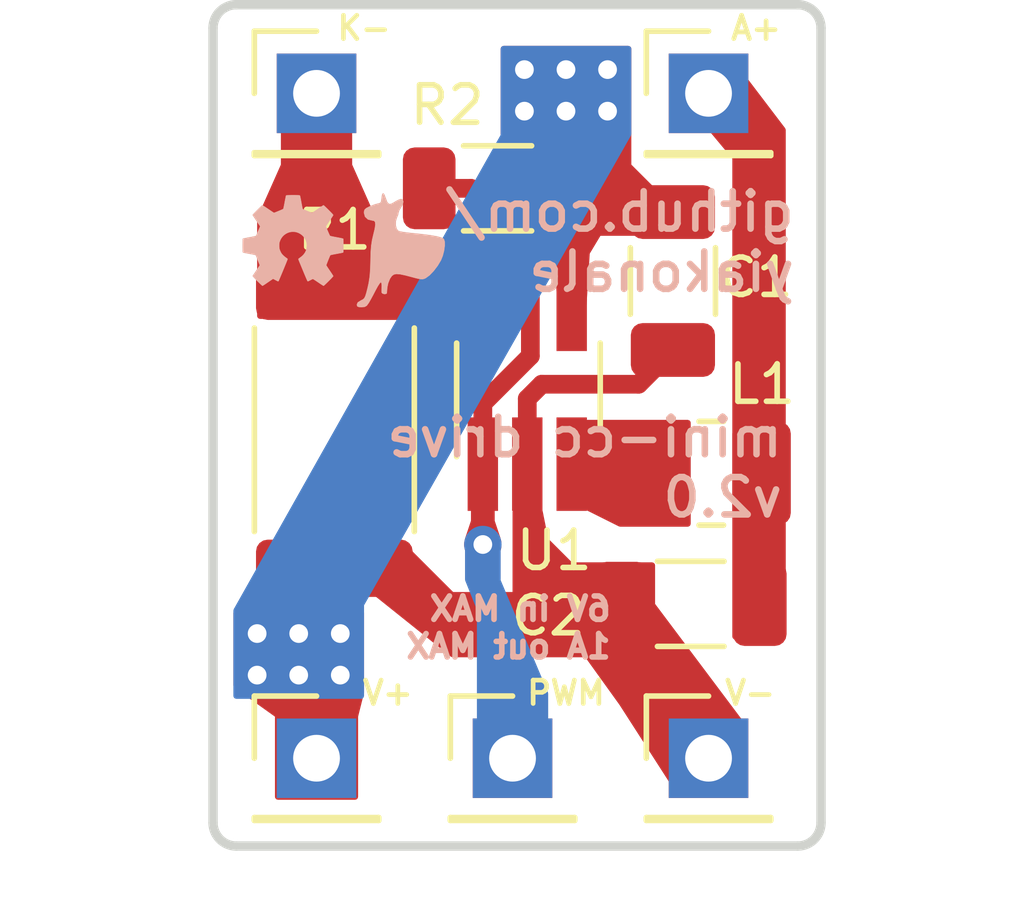
<source format=kicad_pcb>
(kicad_pcb (version 20171130) (host pcbnew "(5.1.10)-1")

  (general
    (thickness 1.6)
    (drawings 16)
    (tracks 27)
    (zones 0)
    (modules 13)
    (nets 7)
  )

  (page A4)
  (layers
    (0 F.Cu signal)
    (31 B.Cu signal)
    (32 B.Adhes user)
    (33 F.Adhes user)
    (34 B.Paste user)
    (35 F.Paste user)
    (36 B.SilkS user)
    (37 F.SilkS user)
    (38 B.Mask user)
    (39 F.Mask user)
    (40 Dwgs.User user)
    (41 Cmts.User user)
    (42 Eco1.User user)
    (43 Eco2.User user)
    (44 Edge.Cuts user)
    (45 Margin user)
    (46 B.CrtYd user)
    (47 F.CrtYd user)
    (48 B.Fab user)
    (49 F.Fab user)
  )

  (setup
    (last_trace_width 0.4)
    (user_trace_width 0.4)
    (trace_clearance 0.2)
    (zone_clearance 0.2)
    (zone_45_only no)
    (trace_min 0.2)
    (via_size 0.8)
    (via_drill 0.4)
    (via_min_size 0.4)
    (via_min_drill 0.3)
    (user_via 0.5 0.3)
    (uvia_size 0.3)
    (uvia_drill 0.1)
    (uvias_allowed no)
    (uvia_min_size 0.2)
    (uvia_min_drill 0.1)
    (edge_width 0.05)
    (segment_width 0.2)
    (pcb_text_width 0.3)
    (pcb_text_size 1.5 1.5)
    (mod_edge_width 0.12)
    (mod_text_size 1 1)
    (mod_text_width 0.15)
    (pad_size 1.524 1.524)
    (pad_drill 0.762)
    (pad_to_mask_clearance 0)
    (aux_axis_origin 0 0)
    (visible_elements 7FFFFFFF)
    (pcbplotparams
      (layerselection 0x010fc_ffffffff)
      (usegerberextensions true)
      (usegerberattributes false)
      (usegerberadvancedattributes false)
      (creategerberjobfile false)
      (excludeedgelayer true)
      (linewidth 0.100000)
      (plotframeref false)
      (viasonmask false)
      (mode 1)
      (useauxorigin false)
      (hpglpennumber 1)
      (hpglpenspeed 20)
      (hpglpendiameter 15.000000)
      (psnegative false)
      (psa4output false)
      (plotreference true)
      (plotvalue false)
      (plotinvisibletext false)
      (padsonsilk false)
      (subtractmaskfromsilk true)
      (outputformat 1)
      (mirror false)
      (drillshape 0)
      (scaleselection 1)
      (outputdirectory "C:/Users/yiako/Documents/kicad/mini_cc_drive/"))
  )

  (net 0 "")
  (net 1 Earth)
  (net 2 /Vin)
  (net 3 /ANODE)
  (net 4 /SW)
  (net 5 /PWM)
  (net 6 /CATHODE)

  (net_class Default "This is the default net class."
    (clearance 0.2)
    (trace_width 0.25)
    (via_dia 0.8)
    (via_drill 0.4)
    (uvia_dia 0.3)
    (uvia_drill 0.1)
    (add_net /ANODE)
    (add_net /CATHODE)
    (add_net /PWM)
    (add_net /SW)
    (add_net /Vin)
    (add_net Earth)
  )

  (module Graphics:opensource_hardware (layer B.Cu) (tedit 0) (tstamp 64EDB7DE)
    (at 146.558 70.993 180)
    (fp_text reference G*** (at 0 0) (layer B.SilkS) hide
      (effects (font (size 1.524 1.524) (thickness 0.3)) (justify mirror))
    )
    (fp_text value LOGO (at -0.381 -1.016) (layer B.SilkS) hide
      (effects (font (size 1.524 1.524) (thickness 0.3)) (justify mirror))
    )
    (fp_poly (pts (xy 0.011715 0.994633) (xy 0.03955 0.994412) (xy 0.065875 0.994009) (xy 0.089725 0.993424)
      (xy 0.110137 0.992658) (xy 0.126144 0.991713) (xy 0.136783 0.99059) (xy 0.141043 0.989353)
      (xy 0.142582 0.984803) (xy 0.145242 0.973912) (xy 0.148855 0.957481) (xy 0.153258 0.936313)
      (xy 0.158283 0.911208) (xy 0.163765 0.882968) (xy 0.169539 0.852395) (xy 0.17089 0.845117)
      (xy 0.178387 0.805152) (xy 0.184813 0.772061) (xy 0.190233 0.74555) (xy 0.194711 0.725325)
      (xy 0.19831 0.711093) (xy 0.201096 0.702559) (xy 0.202667 0.699745) (xy 0.207344 0.696996)
      (xy 0.217704 0.69202) (xy 0.232682 0.685262) (xy 0.251214 0.677164) (xy 0.272234 0.668169)
      (xy 0.294677 0.658721) (xy 0.317477 0.649263) (xy 0.339571 0.640238) (xy 0.359893 0.63209)
      (xy 0.377378 0.62526) (xy 0.390961 0.620193) (xy 0.399576 0.617332) (xy 0.401878 0.616857)
      (xy 0.405877 0.618848) (xy 0.415177 0.62453) (xy 0.429111 0.633463) (xy 0.447013 0.645209)
      (xy 0.468214 0.659328) (xy 0.492047 0.675382) (xy 0.517847 0.692932) (xy 0.526353 0.698753)
      (xy 0.560616 0.7221) (xy 0.589194 0.741268) (xy 0.612253 0.756361) (xy 0.629964 0.767489)
      (xy 0.642494 0.774758) (xy 0.650013 0.778274) (xy 0.652274 0.778604) (xy 0.656499 0.775549)
      (xy 0.664993 0.768022) (xy 0.677081 0.756704) (xy 0.692086 0.742276) (xy 0.709331 0.72542)
      (xy 0.72814 0.706817) (xy 0.747837 0.687147) (xy 0.767747 0.667093) (xy 0.787191 0.647335)
      (xy 0.805495 0.628555) (xy 0.821981 0.611434) (xy 0.835974 0.596653) (xy 0.846798 0.584892)
      (xy 0.853775 0.576835) (xy 0.85623 0.573162) (xy 0.854209 0.569084) (xy 0.848496 0.559724)
      (xy 0.839539 0.545762) (xy 0.827785 0.527877) (xy 0.81368 0.506747) (xy 0.797673 0.483053)
      (xy 0.78021 0.457474) (xy 0.776401 0.451929) (xy 0.758683 0.426001) (xy 0.742333 0.401774)
      (xy 0.727799 0.379933) (xy 0.715529 0.361163) (xy 0.705969 0.346152) (xy 0.699568 0.335584)
      (xy 0.696773 0.330146) (xy 0.696686 0.329726) (xy 0.698099 0.324647) (xy 0.702041 0.313984)
      (xy 0.708068 0.29877) (xy 0.715736 0.280042) (xy 0.724598 0.258834) (xy 0.734211 0.236181)
      (xy 0.74413 0.213118) (xy 0.75391 0.19068) (xy 0.763107 0.169902) (xy 0.771275 0.151819)
      (xy 0.77797 0.137467) (xy 0.782748 0.127879) (xy 0.784989 0.124227) (xy 0.789642 0.12242)
      (xy 0.80071 0.119507) (xy 0.817462 0.115644) (xy 0.839166 0.110989) (xy 0.865092 0.105699)
      (xy 0.894508 0.09993) (xy 0.925295 0.094099) (xy 0.955839 0.088328) (xy 0.984228 0.08281)
      (xy 1.009648 0.077714) (xy 1.031286 0.073212) (xy 1.048328 0.069473) (xy 1.059959 0.066666)
      (xy 1.065366 0.064961) (xy 1.065566 0.064833) (xy 1.066855 0.060223) (xy 1.067968 0.049322)
      (xy 1.068903 0.033097) (xy 1.069658 0.01251) (xy 1.070233 -0.011471) (xy 1.070627 -0.037884)
      (xy 1.070838 -0.065763) (xy 1.070866 -0.094143) (xy 1.070709 -0.12206) (xy 1.070367 -0.148548)
      (xy 1.069837 -0.172643) (xy 1.06912 -0.193379) (xy 1.068214 -0.209793) (xy 1.067118 -0.22092)
      (xy 1.065893 -0.225722) (xy 1.062078 -0.227842) (xy 1.053242 -0.230629) (xy 1.039014 -0.234164)
      (xy 1.019026 -0.238528) (xy 0.992908 -0.243804) (xy 0.96029 -0.250071) (xy 0.928914 -0.25592)
      (xy 0.89874 -0.261553) (xy 0.870752 -0.266908) (xy 0.845771 -0.271817) (xy 0.824614 -0.276114)
      (xy 0.808101 -0.279633) (xy 0.79705 -0.282206) (xy 0.792282 -0.283669) (xy 0.792222 -0.28371)
      (xy 0.789858 -0.28782) (xy 0.785284 -0.297701) (xy 0.778902 -0.312355) (xy 0.771116 -0.330784)
      (xy 0.762327 -0.351989) (xy 0.752937 -0.37497) (xy 0.743348 -0.398728) (xy 0.733963 -0.422266)
      (xy 0.725184 -0.444583) (xy 0.717412 -0.464681) (xy 0.711051 -0.481562) (xy 0.706502 -0.494226)
      (xy 0.704167 -0.501674) (xy 0.703943 -0.502979) (xy 0.705935 -0.507226) (xy 0.711604 -0.516725)
      (xy 0.720489 -0.530769) (xy 0.732129 -0.54865) (xy 0.746062 -0.569658) (xy 0.761828 -0.593085)
      (xy 0.778606 -0.617698) (xy 0.795785 -0.642812) (xy 0.811684 -0.666174) (xy 0.825827 -0.687078)
      (xy 0.837739 -0.704816) (xy 0.846945 -0.718682) (xy 0.852971 -0.727969) (xy 0.855331 -0.73194)
      (xy 0.853369 -0.735779) (xy 0.846818 -0.743949) (xy 0.836346 -0.755781) (xy 0.822621 -0.770606)
      (xy 0.806313 -0.787754) (xy 0.788091 -0.806555) (xy 0.768623 -0.826339) (xy 0.748578 -0.846437)
      (xy 0.728624 -0.86618) (xy 0.709432 -0.884897) (xy 0.691669 -0.90192) (xy 0.676005 -0.916578)
      (xy 0.663108 -0.928201) (xy 0.653646 -0.936122) (xy 0.64829 -0.939668) (xy 0.647724 -0.939795)
      (xy 0.642821 -0.937797) (xy 0.632886 -0.932182) (xy 0.618819 -0.923517) (xy 0.60152 -0.912365)
      (xy 0.581887 -0.899292) (xy 0.566057 -0.888487) (xy 0.543094 -0.872681) (xy 0.519854 -0.856745)
      (xy 0.49773 -0.841626) (xy 0.47811 -0.828274) (xy 0.462387 -0.81764) (xy 0.45654 -0.813717)
      (xy 0.421408 -0.790251) (xy 0.366865 -0.818761) (xy 0.3467 -0.829208) (xy 0.331939 -0.836553)
      (xy 0.321614 -0.84117) (xy 0.314759 -0.843431) (xy 0.310405 -0.843708) (xy 0.307584 -0.842376)
      (xy 0.306999 -0.841829) (xy 0.304639 -0.837509) (xy 0.299837 -0.827137) (xy 0.29287 -0.811386)
      (xy 0.284017 -0.790925) (xy 0.273554 -0.766429) (xy 0.261761 -0.738567) (xy 0.248915 -0.708013)
      (xy 0.235293 -0.675437) (xy 0.221174 -0.641512) (xy 0.206835 -0.60691) (xy 0.192554 -0.572302)
      (xy 0.178609 -0.53836) (xy 0.165278 -0.505756) (xy 0.152839 -0.475163) (xy 0.14157 -0.44725)
      (xy 0.131747 -0.422692) (xy 0.12365 -0.402158) (xy 0.117556 -0.386322) (xy 0.113743 -0.375854)
      (xy 0.112486 -0.371482) (xy 0.114729 -0.366178) (xy 0.121896 -0.35914) (xy 0.134641 -0.349782)
      (xy 0.142421 -0.344624) (xy 0.157103 -0.3341) (xy 0.174453 -0.320125) (xy 0.192222 -0.304585)
      (xy 0.207018 -0.290511) (xy 0.22224 -0.274923) (xy 0.233549 -0.26219) (xy 0.242421 -0.250302)
      (xy 0.250328 -0.237249) (xy 0.258743 -0.221021) (xy 0.260373 -0.217714) (xy 0.27245 -0.191828)
      (xy 0.281063 -0.169643) (xy 0.286761 -0.148818) (xy 0.290094 -0.127009) (xy 0.291612 -0.101873)
      (xy 0.291884 -0.083457) (xy 0.291733 -0.061085) (xy 0.290951 -0.043834) (xy 0.289315 -0.02958)
      (xy 0.286602 -0.016197) (xy 0.283725 -0.005443) (xy 0.267372 0.038935) (xy 0.245114 0.079481)
      (xy 0.217421 0.115734) (xy 0.184761 0.147234) (xy 0.147602 0.173521) (xy 0.106414 0.194136)
      (xy 0.067129 0.207239) (xy 0.038176 0.212606) (xy 0.0055 0.215025) (xy -0.028067 0.214498)
      (xy -0.059692 0.211026) (xy -0.078014 0.207152) (xy -0.120877 0.192297) (xy -0.160316 0.171674)
      (xy -0.195896 0.145911) (xy -0.227184 0.11564) (xy -0.253744 0.081491) (xy -0.275143 0.044093)
      (xy -0.290946 0.004077) (xy -0.300719 -0.037926) (xy -0.304027 -0.081287) (xy -0.301625 -0.117302)
      (xy -0.292593 -0.162644) (xy -0.277854 -0.204194) (xy -0.257127 -0.242399) (xy -0.230128 -0.277706)
      (xy -0.196577 -0.310565) (xy -0.163286 -0.336484) (xy -0.148706 -0.34701) (xy -0.136287 -0.356353)
      (xy -0.127249 -0.363569) (xy -0.122811 -0.367713) (xy -0.122644 -0.367961) (xy -0.122154 -0.368878)
      (xy -0.121871 -0.370027) (xy -0.121968 -0.371845) (xy -0.12262 -0.374769) (xy -0.123998 -0.379236)
      (xy -0.126276 -0.385685) (xy -0.129628 -0.394551) (xy -0.134228 -0.406274) (xy -0.140247 -0.421289)
      (xy -0.14786 -0.440034) (xy -0.157241 -0.462948) (xy -0.168561 -0.490466) (xy -0.181996 -0.523027)
      (xy -0.197717 -0.561068) (xy -0.215899 -0.605026) (xy -0.232429 -0.64498) (xy -0.252166 -0.692485)
      (xy -0.269315 -0.733325) (xy -0.283917 -0.767597) (xy -0.296017 -0.795399) (xy -0.305657 -0.81683)
      (xy -0.312881 -0.831987) (xy -0.317732 -0.840969) (xy -0.320097 -0.84385) (xy -0.325759 -0.842922)
      (xy -0.336755 -0.83865) (xy -0.352197 -0.831425) (xy -0.371197 -0.821639) (xy -0.374525 -0.819852)
      (xy -0.391962 -0.810705) (xy -0.407657 -0.802959) (xy -0.420279 -0.797235) (xy -0.428498 -0.794153)
      (xy -0.430412 -0.793794) (xy -0.435105 -0.795783) (xy -0.445016 -0.80146) (xy -0.459411 -0.810355)
      (xy -0.477559 -0.821999) (xy -0.498727 -0.835924) (xy -0.522185 -0.85166) (xy -0.544346 -0.866775)
      (xy -0.569221 -0.883728) (xy -0.592456 -0.899288) (xy -0.613319 -0.912986) (xy -0.631077 -0.924353)
      (xy -0.645 -0.932919) (xy -0.654356 -0.938216) (xy -0.658244 -0.9398) (xy -0.66296 -0.937351)
      (xy -0.672214 -0.929957) (xy -0.686081 -0.917546) (xy -0.704636 -0.90005) (xy -0.727957 -0.877396)
      (xy -0.756119 -0.849514) (xy -0.764746 -0.840897) (xy -0.794023 -0.811406) (xy -0.818242 -0.786578)
      (xy -0.837352 -0.766467) (xy -0.851304 -0.751128) (xy -0.860048 -0.740613) (xy -0.863534 -0.734976)
      (xy -0.8636 -0.734535) (xy -0.861603 -0.729909) (xy -0.855922 -0.720051) (xy -0.847021 -0.705682)
      (xy -0.835362 -0.687526) (xy -0.82141 -0.666305) (xy -0.805628 -0.642741) (xy -0.789214 -0.618627)
      (xy -0.772114 -0.593497) (xy -0.756399 -0.570018) (xy -0.742532 -0.548912) (xy -0.730978 -0.530903)
      (xy -0.722199 -0.516711) (xy -0.716661 -0.50706) (xy -0.714822 -0.50274) (xy -0.71616 -0.497163)
      (xy -0.719905 -0.485946) (xy -0.725642 -0.470122) (xy -0.732957 -0.450726) (xy -0.741436 -0.428793)
      (xy -0.750665 -0.405358) (xy -0.76023 -0.381454) (xy -0.769717 -0.358117) (xy -0.778711 -0.33638)
      (xy -0.7868 -0.317279) (xy -0.793569 -0.301848) (xy -0.798604 -0.291122) (xy -0.801491 -0.286134)
      (xy -0.801513 -0.286111) (xy -0.806077 -0.283776) (xy -0.816077 -0.280728) (xy -0.831842 -0.276893)
      (xy -0.853699 -0.2722) (xy -0.881976 -0.266575) (xy -0.916999 -0.259945) (xy -0.928914 -0.257742)
      (xy -0.965174 -0.251061) (xy -0.994949 -0.245537) (xy -1.018894 -0.241007) (xy -1.03766 -0.237309)
      (xy -1.051901 -0.23428) (xy -1.062269 -0.231758) (xy -1.069416 -0.229581) (xy -1.073996 -0.227586)
      (xy -1.076661 -0.225612) (xy -1.078064 -0.223495) (xy -1.078857 -0.221074) (xy -1.079035 -0.220408)
      (xy -1.079533 -0.215012) (xy -1.079993 -0.203223) (xy -1.080403 -0.185905) (xy -1.080749 -0.16392)
      (xy -1.081016 -0.138132) (xy -1.081193 -0.109406) (xy -1.081264 -0.078604) (xy -1.081265 -0.077801)
      (xy -1.081217 -0.040555) (xy -1.081033 -0.010016) (xy -1.080694 0.014368) (xy -1.080183 0.033146)
      (xy -1.079482 0.04687) (xy -1.078574 0.056089) (xy -1.077441 0.061354) (xy -1.076779 0.062683)
      (xy -1.073507 0.06472) (xy -1.06612 0.067262) (xy -1.054137 0.070415) (xy -1.037081 0.074286)
      (xy -1.014471 0.078981) (xy -0.985829 0.084608) (xy -0.950675 0.091272) (xy -0.936595 0.093897)
      (xy -0.899619 0.100834) (xy -0.86924 0.106696) (xy -0.844897 0.111608) (xy -0.82603 0.115695)
      (xy -0.812078 0.119085) (xy -0.80248 0.121902) (xy -0.796677 0.124272) (xy -0.794536 0.12577)
      (xy -0.791301 0.130986) (xy -0.785833 0.141831) (xy -0.778585 0.157244) (xy -0.770011 0.176168)
      (xy -0.760563 0.197543) (xy -0.750694 0.220309) (xy -0.740857 0.243406) (xy -0.731505 0.265777)
      (xy -0.723091 0.286361) (xy -0.716068 0.304098) (xy -0.710889 0.317931) (xy -0.708006 0.326799)
      (xy -0.707564 0.32918) (xy -0.70958 0.333997) (xy -0.715338 0.344089) (xy -0.724413 0.35879)
      (xy -0.736378 0.377434) (xy -0.750806 0.399358) (xy -0.767271 0.423894) (xy -0.784345 0.448923)
      (xy -0.801809 0.474486) (xy -0.817971 0.498448) (xy -0.832363 0.520088) (xy -0.844514 0.538688)
      (xy -0.853955 0.553527) (xy -0.860216 0.563887) (xy -0.862828 0.569048) (xy -0.862856 0.569165)
      (xy -0.862658 0.572003) (xy -0.860795 0.57603) (xy -0.856827 0.581729) (xy -0.850318 0.589584)
      (xy -0.840828 0.600081) (xy -0.82792 0.613702) (xy -0.811154 0.630933) (xy -0.790094 0.652258)
      (xy -0.764301 0.67816) (xy -0.763404 0.679059) (xy -0.736145 0.706182) (xy -0.712447 0.729395)
      (xy -0.692567 0.748459) (xy -0.676763 0.763131) (xy -0.665293 0.773169) (xy -0.658416 0.778332)
      (xy -0.65662 0.778996) (xy -0.652452 0.776679) (xy -0.643012 0.770693) (xy -0.628997 0.7615)
      (xy -0.6111 0.749565) (xy -0.590017 0.73535) (xy -0.566441 0.71932) (xy -0.541067 0.701938)
      (xy -0.538692 0.700304) (xy -0.513016 0.682714) (xy -0.488922 0.666348) (xy -0.467131 0.651687)
      (xy -0.448366 0.63921) (xy -0.433348 0.629398) (xy -0.422799 0.62273) (xy -0.417443 0.619686)
      (xy -0.417286 0.619623) (xy -0.413588 0.618996) (xy -0.408092 0.619573) (xy -0.40004 0.621612)
      (xy -0.388679 0.625371) (xy -0.373251 0.631109) (xy -0.353001 0.639085) (xy -0.327172 0.649558)
      (xy -0.313871 0.655013) (xy -0.28921 0.665151) (xy -0.266635 0.674429) (xy -0.247048 0.682477)
      (xy -0.23135 0.688924) (xy -0.220446 0.6934) (xy -0.215235 0.695533) (xy -0.215026 0.695618)
      (xy -0.213207 0.696768) (xy -0.211451 0.699104) (xy -0.209614 0.703255) (xy -0.207557 0.709851)
      (xy -0.205136 0.71952) (xy -0.202211 0.732891) (xy -0.198639 0.750594) (xy -0.194279 0.773257)
      (xy -0.188988 0.801509) (xy -0.182627 0.83598) (xy -0.179222 0.854528) (xy -0.172184 0.892405)
      (xy -0.166192 0.923483) (xy -0.161166 0.948135) (xy -0.157024 0.966732) (xy -0.153685 0.979646)
      (xy -0.151066 0.987246) (xy -0.149515 0.989693) (xy -0.144341 0.990973) (xy -0.132956 0.992062)
      (xy -0.116328 0.992961) (xy -0.095419 0.99367) (xy -0.071196 0.99419) (xy -0.044622 0.994523)
      (xy -0.016664 0.99467) (xy 0.011715 0.994633)) (layer B.SilkS) (width 0.01))
  )

  (module Graphics:halfcat (layer B.Cu) (tedit 0) (tstamp 64ED26D1)
    (at 148.971 71.247 180)
    (fp_text reference G*** (at 0 0) (layer B.SilkS) hide
      (effects (font (size 1.524 1.524) (thickness 0.3)) (justify mirror))
    )
    (fp_text value LOGO (at 0.75 0) (layer B.SilkS) hide
      (effects (font (size 1.524 1.524) (thickness 0.3)) (justify mirror))
    )
    (fp_poly (pts (xy 0.501144 1.264315) (xy 0.512878 1.187602) (xy 0.512889 1.187451) (xy 0.521951 1.118043)
      (xy 0.541877 1.084582) (xy 0.581823 1.072242) (xy 0.5842 1.07195) (xy 0.644422 1.056918)
      (xy 0.725782 1.027241) (xy 0.76835 1.008804) (xy 0.840135 0.972094) (xy 0.87611 0.939263)
      (xy 0.888187 0.896779) (xy 0.889 0.871744) (xy 0.866494 0.789983) (xy 0.806283 0.733052)
      (xy 0.719327 0.711209) (xy 0.717451 0.7112) (xy 0.673253 0.702922) (xy 0.649433 0.673507)
      (xy 0.645302 0.616087) (xy 0.660169 0.523795) (xy 0.687407 0.412118) (xy 0.71523 0.291977)
      (xy 0.733601 0.172509) (xy 0.744332 0.037235) (xy 0.749235 -0.130324) (xy 0.749507 -0.1524)
      (xy 0.754643 -0.337161) (xy 0.766741 -0.48909) (xy 0.787676 -0.625896) (xy 0.810698 -0.730852)
      (xy 0.838522 -0.840972) (xy 0.860924 -0.912328) (xy 0.883627 -0.955719) (xy 0.912357 -0.981944)
      (xy 0.952836 -1.001801) (xy 0.954757 -1.002606) (xy 1.022017 -1.044753) (xy 1.0414 -1.090903)
      (xy 1.033068 -1.125229) (xy 0.999036 -1.140187) (xy 0.942308 -1.143) (xy 0.875266 -1.13727)
      (xy 0.831223 -1.11153) (xy 0.789125 -1.05295) (xy 0.785984 -1.04775) (xy 0.74501 -0.975806)
      (xy 0.692971 -0.879371) (xy 0.642018 -0.78105) (xy 0.597292 -0.698918) (xy 0.558199 -0.638247)
      (xy 0.532126 -0.61029) (xy 0.529458 -0.6096) (xy 0.514235 -0.631922) (xy 0.508752 -0.687308)
      (xy 0.509366 -0.70485) (xy 0.512269 -0.776019) (xy 0.511951 -0.827095) (xy 0.51155 -0.83185)
      (xy 0.489608 -0.854602) (xy 0.447594 -0.863784) (xy 0.411663 -0.856304) (xy 0.404031 -0.84455)
      (xy 0.400774 -0.809003) (xy 0.395607 -0.744183) (xy 0.394051 -0.723612) (xy 0.375179 -0.63317)
      (xy 0.338469 -0.541326) (xy 0.330411 -0.526762) (xy 0.295164 -0.476662) (xy 0.254274 -0.445701)
      (xy 0.199047 -0.43329) (xy 0.120789 -0.438838) (xy 0.010806 -0.461754) (xy -0.120313 -0.496144)
      (xy -0.231394 -0.525614) (xy -0.306097 -0.541599) (xy -0.356724 -0.545138) (xy -0.395577 -0.53727)
      (xy -0.428914 -0.522192) (xy -0.509806 -0.463222) (xy -0.598856 -0.370722) (xy -0.684656 -0.258043)
      (xy -0.754398 -0.141289) (xy -0.793141 -0.044951) (xy -0.82065 0.06325) (xy -0.834979 0.16873)
      (xy -0.834185 0.256906) (xy -0.816322 0.313196) (xy -0.815181 0.314632) (xy -0.766813 0.342077)
      (xy -0.668232 0.36875) (xy -0.520022 0.394543) (xy -0.322764 0.419347) (xy -0.172192 0.434546)
      (xy -0.053632 0.447208) (xy 0.048818 0.461089) (xy 0.122955 0.474356) (xy 0.154234 0.483582)
      (xy 0.191596 0.528902) (xy 0.211447 0.603621) (xy 0.211389 0.688636) (xy 0.18944 0.76405)
      (xy 0.162907 0.828034) (xy 0.1524 0.877383) (xy 0.137448 0.925868) (xy 0.1016 0.98367)
      (xy 0.063385 1.050652) (xy 0.051187 1.112668) (xy 0.065441 1.156126) (xy 0.095703 1.1684)
      (xy 0.143252 1.154714) (xy 0.209807 1.120289) (xy 0.236857 1.102997) (xy 0.307906 1.063353)
      (xy 0.357688 1.062024) (xy 0.394793 1.103062) (xy 0.427812 1.19052) (xy 0.428708 1.193499)
      (xy 0.45718 1.267398) (xy 0.481952 1.290959) (xy 0.501144 1.264315)) (layer B.SilkS) (width 0.01))
  )

  (module Connector_PinHeader_2.54mm:PinHeader_1x01_P2.54mm_Vertical (layer F.Cu) (tedit 59FED5CC) (tstamp 64ECB665)
    (at 151.257 82.042)
    (descr "Through hole straight pin header, 1x01, 2.54mm pitch, single row")
    (tags "Through hole pin header THT 1x01 2.54mm single row")
    (path /64ED4AE5)
    (fp_text reference J5 (at 0 -2.33) (layer F.SilkS) hide
      (effects (font (size 1 1) (thickness 0.15)))
    )
    (fp_text value Conn_01x01_Male (at 0 2.33) (layer F.Fab)
      (effects (font (size 1 1) (thickness 0.15)))
    )
    (fp_line (start 1.8 -1.8) (end -1.8 -1.8) (layer F.CrtYd) (width 0.05))
    (fp_line (start 1.8 1.8) (end 1.8 -1.8) (layer F.CrtYd) (width 0.05))
    (fp_line (start -1.8 1.8) (end 1.8 1.8) (layer F.CrtYd) (width 0.05))
    (fp_line (start -1.8 -1.8) (end -1.8 1.8) (layer F.CrtYd) (width 0.05))
    (fp_line (start -1.33 -1.33) (end 0 -1.33) (layer F.SilkS) (width 0.12))
    (fp_line (start -1.33 0) (end -1.33 -1.33) (layer F.SilkS) (width 0.12))
    (fp_line (start -1.33 1.27) (end 1.33 1.27) (layer F.SilkS) (width 0.12))
    (fp_line (start 1.33 1.27) (end 1.33 1.33) (layer F.SilkS) (width 0.12))
    (fp_line (start -1.33 1.27) (end -1.33 1.33) (layer F.SilkS) (width 0.12))
    (fp_line (start -1.33 1.33) (end 1.33 1.33) (layer F.SilkS) (width 0.12))
    (fp_line (start -1.27 -0.635) (end -0.635 -1.27) (layer F.Fab) (width 0.1))
    (fp_line (start -1.27 1.27) (end -1.27 -0.635) (layer F.Fab) (width 0.1))
    (fp_line (start 1.27 1.27) (end -1.27 1.27) (layer F.Fab) (width 0.1))
    (fp_line (start 1.27 -1.27) (end 1.27 1.27) (layer F.Fab) (width 0.1))
    (fp_line (start -0.635 -1.27) (end 1.27 -1.27) (layer F.Fab) (width 0.1))
    (fp_text user %R (at 0 0 90) (layer F.Fab)
      (effects (font (size 1 1) (thickness 0.15)))
    )
    (pad 1 thru_hole rect (at 0 0) (size 1.7 1.7) (drill 1) (layers *.Cu *.Mask)
      (net 5 /PWM))
    (model ${KISYS3DMOD}/Connector_PinHeader_2.54mm.3dshapes/PinHeader_1x01_P2.54mm_Vertical.wrl
      (at (xyz 0 0 0))
      (scale (xyz 1 1 1))
      (rotate (xyz 0 0 0))
    )
  )

  (module Connector_PinHeader_2.54mm:PinHeader_1x01_P2.54mm_Vertical (layer F.Cu) (tedit 59FED5CC) (tstamp 64ECB16F)
    (at 155.448 67.818)
    (descr "Through hole straight pin header, 1x01, 2.54mm pitch, single row")
    (tags "Through hole pin header THT 1x01 2.54mm single row")
    (path /64ECE9BB)
    (fp_text reference J4 (at 0 -2.33) (layer F.SilkS) hide
      (effects (font (size 1 1) (thickness 0.15)))
    )
    (fp_text value Conn_01x01_Male (at 0 2.33) (layer F.Fab)
      (effects (font (size 1 1) (thickness 0.15)))
    )
    (fp_line (start 1.8 -1.8) (end -1.8 -1.8) (layer F.CrtYd) (width 0.05))
    (fp_line (start 1.8 1.8) (end 1.8 -1.8) (layer F.CrtYd) (width 0.05))
    (fp_line (start -1.8 1.8) (end 1.8 1.8) (layer F.CrtYd) (width 0.05))
    (fp_line (start -1.8 -1.8) (end -1.8 1.8) (layer F.CrtYd) (width 0.05))
    (fp_line (start -1.33 -1.33) (end 0 -1.33) (layer F.SilkS) (width 0.12))
    (fp_line (start -1.33 0) (end -1.33 -1.33) (layer F.SilkS) (width 0.12))
    (fp_line (start -1.33 1.27) (end 1.33 1.27) (layer F.SilkS) (width 0.12))
    (fp_line (start 1.33 1.27) (end 1.33 1.33) (layer F.SilkS) (width 0.12))
    (fp_line (start -1.33 1.27) (end -1.33 1.33) (layer F.SilkS) (width 0.12))
    (fp_line (start -1.33 1.33) (end 1.33 1.33) (layer F.SilkS) (width 0.12))
    (fp_line (start -1.27 -0.635) (end -0.635 -1.27) (layer F.Fab) (width 0.1))
    (fp_line (start -1.27 1.27) (end -1.27 -0.635) (layer F.Fab) (width 0.1))
    (fp_line (start 1.27 1.27) (end -1.27 1.27) (layer F.Fab) (width 0.1))
    (fp_line (start 1.27 -1.27) (end 1.27 1.27) (layer F.Fab) (width 0.1))
    (fp_line (start -0.635 -1.27) (end 1.27 -1.27) (layer F.Fab) (width 0.1))
    (fp_text user %R (at 0 0 90) (layer F.Fab)
      (effects (font (size 1 1) (thickness 0.15)))
    )
    (pad 1 thru_hole rect (at 0 0) (size 1.7 1.7) (drill 1) (layers *.Cu *.Mask)
      (net 3 /ANODE))
    (model ${KISYS3DMOD}/Connector_PinHeader_2.54mm.3dshapes/PinHeader_1x01_P2.54mm_Vertical.wrl
      (at (xyz 0 0 0))
      (scale (xyz 1 1 1))
      (rotate (xyz 0 0 0))
    )
  )

  (module Connector_PinHeader_2.54mm:PinHeader_1x01_P2.54mm_Vertical (layer F.Cu) (tedit 59FED5CC) (tstamp 64ECB15A)
    (at 147.066 67.818)
    (descr "Through hole straight pin header, 1x01, 2.54mm pitch, single row")
    (tags "Through hole pin header THT 1x01 2.54mm single row")
    (path /64ECF6B3)
    (fp_text reference J3 (at -2.413 -2.794) (layer F.SilkS) hide
      (effects (font (size 1 1) (thickness 0.15)))
    )
    (fp_text value Conn_01x01_Male (at 0 2.33) (layer F.Fab)
      (effects (font (size 1 1) (thickness 0.15)))
    )
    (fp_line (start 1.8 -1.8) (end -1.8 -1.8) (layer F.CrtYd) (width 0.05))
    (fp_line (start 1.8 1.8) (end 1.8 -1.8) (layer F.CrtYd) (width 0.05))
    (fp_line (start -1.8 1.8) (end 1.8 1.8) (layer F.CrtYd) (width 0.05))
    (fp_line (start -1.8 -1.8) (end -1.8 1.8) (layer F.CrtYd) (width 0.05))
    (fp_line (start -1.33 -1.33) (end 0 -1.33) (layer F.SilkS) (width 0.12))
    (fp_line (start -1.33 0) (end -1.33 -1.33) (layer F.SilkS) (width 0.12))
    (fp_line (start -1.33 1.27) (end 1.33 1.27) (layer F.SilkS) (width 0.12))
    (fp_line (start 1.33 1.27) (end 1.33 1.33) (layer F.SilkS) (width 0.12))
    (fp_line (start -1.33 1.27) (end -1.33 1.33) (layer F.SilkS) (width 0.12))
    (fp_line (start -1.33 1.33) (end 1.33 1.33) (layer F.SilkS) (width 0.12))
    (fp_line (start -1.27 -0.635) (end -0.635 -1.27) (layer F.Fab) (width 0.1))
    (fp_line (start -1.27 1.27) (end -1.27 -0.635) (layer F.Fab) (width 0.1))
    (fp_line (start 1.27 1.27) (end -1.27 1.27) (layer F.Fab) (width 0.1))
    (fp_line (start 1.27 -1.27) (end 1.27 1.27) (layer F.Fab) (width 0.1))
    (fp_line (start -0.635 -1.27) (end 1.27 -1.27) (layer F.Fab) (width 0.1))
    (fp_text user %R (at 0 1.27 90) (layer F.Fab)
      (effects (font (size 1 1) (thickness 0.15)))
    )
    (pad 1 thru_hole rect (at 0 0) (size 1.7 1.7) (drill 1) (layers *.Cu *.Mask)
      (net 6 /CATHODE))
    (model ${KISYS3DMOD}/Connector_PinHeader_2.54mm.3dshapes/PinHeader_1x01_P2.54mm_Vertical.wrl
      (at (xyz 0 0 0))
      (scale (xyz 1 1 1))
      (rotate (xyz 0 0 0))
    )
  )

  (module Connector_PinHeader_2.54mm:PinHeader_1x01_P2.54mm_Vertical (layer F.Cu) (tedit 59FED5CC) (tstamp 64ECB145)
    (at 155.448 82.042)
    (descr "Through hole straight pin header, 1x01, 2.54mm pitch, single row")
    (tags "Through hole pin header THT 1x01 2.54mm single row")
    (path /64ED026E)
    (fp_text reference J2 (at 0 -2.33) (layer F.SilkS) hide
      (effects (font (size 1 1) (thickness 0.15)))
    )
    (fp_text value Conn_01x01_Male (at 0 2.33) (layer F.Fab)
      (effects (font (size 1 1) (thickness 0.15)))
    )
    (fp_line (start 1.8 -1.8) (end -1.8 -1.8) (layer F.CrtYd) (width 0.05))
    (fp_line (start 1.8 1.8) (end 1.8 -1.8) (layer F.CrtYd) (width 0.05))
    (fp_line (start -1.8 1.8) (end 1.8 1.8) (layer F.CrtYd) (width 0.05))
    (fp_line (start -1.8 -1.8) (end -1.8 1.8) (layer F.CrtYd) (width 0.05))
    (fp_line (start -1.33 -1.33) (end 0 -1.33) (layer F.SilkS) (width 0.12))
    (fp_line (start -1.33 0) (end -1.33 -1.33) (layer F.SilkS) (width 0.12))
    (fp_line (start -1.33 1.27) (end 1.33 1.27) (layer F.SilkS) (width 0.12))
    (fp_line (start 1.33 1.27) (end 1.33 1.33) (layer F.SilkS) (width 0.12))
    (fp_line (start -1.33 1.27) (end -1.33 1.33) (layer F.SilkS) (width 0.12))
    (fp_line (start -1.33 1.33) (end 1.33 1.33) (layer F.SilkS) (width 0.12))
    (fp_line (start -1.27 -0.635) (end -0.635 -1.27) (layer F.Fab) (width 0.1))
    (fp_line (start -1.27 1.27) (end -1.27 -0.635) (layer F.Fab) (width 0.1))
    (fp_line (start 1.27 1.27) (end -1.27 1.27) (layer F.Fab) (width 0.1))
    (fp_line (start 1.27 -1.27) (end 1.27 1.27) (layer F.Fab) (width 0.1))
    (fp_line (start -0.635 -1.27) (end 1.27 -1.27) (layer F.Fab) (width 0.1))
    (fp_text user %R (at -0.254 0.684 90) (layer F.Fab)
      (effects (font (size 1 1) (thickness 0.15)))
    )
    (pad 1 thru_hole rect (at 0 0) (size 1.7 1.7) (drill 1) (layers *.Cu *.Mask)
      (net 1 Earth))
    (model ${KISYS3DMOD}/Connector_PinHeader_2.54mm.3dshapes/PinHeader_1x01_P2.54mm_Vertical.wrl
      (at (xyz 0 0 0))
      (scale (xyz 1 1 1))
      (rotate (xyz 0 0 0))
    )
  )

  (module Connector_PinHeader_2.54mm:PinHeader_1x01_P2.54mm_Vertical (layer F.Cu) (tedit 59FED5CC) (tstamp 64ECB130)
    (at 147.066 82.042)
    (descr "Through hole straight pin header, 1x01, 2.54mm pitch, single row")
    (tags "Through hole pin header THT 1x01 2.54mm single row")
    (path /64ECFE05)
    (fp_text reference J1 (at 0 -2.33) (layer F.SilkS) hide
      (effects (font (size 1 1) (thickness 0.15)))
    )
    (fp_text value Conn_01x01_Male (at 0 2.33) (layer F.Fab)
      (effects (font (size 1 1) (thickness 0.15)))
    )
    (fp_line (start 1.8 -1.8) (end -1.8 -1.8) (layer F.CrtYd) (width 0.05))
    (fp_line (start 1.8 1.8) (end 1.8 -1.8) (layer F.CrtYd) (width 0.05))
    (fp_line (start -1.8 1.8) (end 1.8 1.8) (layer F.CrtYd) (width 0.05))
    (fp_line (start -1.8 -1.8) (end -1.8 1.8) (layer F.CrtYd) (width 0.05))
    (fp_line (start -1.33 -1.33) (end 0 -1.33) (layer F.SilkS) (width 0.12))
    (fp_line (start -1.33 0) (end -1.33 -1.33) (layer F.SilkS) (width 0.12))
    (fp_line (start -1.33 1.27) (end 1.33 1.27) (layer F.SilkS) (width 0.12))
    (fp_line (start 1.33 1.27) (end 1.33 1.33) (layer F.SilkS) (width 0.12))
    (fp_line (start -1.33 1.27) (end -1.33 1.33) (layer F.SilkS) (width 0.12))
    (fp_line (start -1.33 1.33) (end 1.33 1.33) (layer F.SilkS) (width 0.12))
    (fp_line (start -1.27 -0.635) (end -0.635 -1.27) (layer F.Fab) (width 0.1))
    (fp_line (start -1.27 1.27) (end -1.27 -0.635) (layer F.Fab) (width 0.1))
    (fp_line (start 1.27 1.27) (end -1.27 1.27) (layer F.Fab) (width 0.1))
    (fp_line (start 1.27 -1.27) (end 1.27 1.27) (layer F.Fab) (width 0.1))
    (fp_line (start -0.635 -1.27) (end 1.27 -1.27) (layer F.Fab) (width 0.1))
    (fp_text user %R (at 0 0 90) (layer F.Fab)
      (effects (font (size 1 1) (thickness 0.15)))
    )
    (pad 1 thru_hole rect (at 0 0) (size 1.7 1.7) (drill 1) (layers *.Cu *.Mask)
      (net 2 /Vin))
    (model ${KISYS3DMOD}/Connector_PinHeader_2.54mm.3dshapes/PinHeader_1x01_P2.54mm_Vertical.wrl
      (at (xyz 0 0 0))
      (scale (xyz 1 1 1))
      (rotate (xyz 0 0 0))
    )
  )

  (module Resistor_SMD:R_1206_3216Metric (layer F.Cu) (tedit 5F68FEEE) (tstamp 64EA8346)
    (at 150.9375 69.85)
    (descr "Resistor SMD 1206 (3216 Metric), square (rectangular) end terminal, IPC_7351 nominal, (Body size source: IPC-SM-782 page 72, https://www.pcb-3d.com/wordpress/wp-content/uploads/ipc-sm-782a_amendment_1_and_2.pdf), generated with kicad-footprint-generator")
    (tags resistor)
    (path /64EAB943)
    (attr smd)
    (fp_text reference R2 (at -1.0775 -1.778) (layer F.SilkS)
      (effects (font (size 0.8 0.8) (thickness 0.12)))
    )
    (fp_text value 10k (at 0 1.82) (layer F.Fab)
      (effects (font (size 1 1) (thickness 0.15)))
    )
    (fp_line (start 2.28 1.12) (end -2.28 1.12) (layer F.CrtYd) (width 0.05))
    (fp_line (start 2.28 -1.12) (end 2.28 1.12) (layer F.CrtYd) (width 0.05))
    (fp_line (start -2.28 -1.12) (end 2.28 -1.12) (layer F.CrtYd) (width 0.05))
    (fp_line (start -2.28 1.12) (end -2.28 -1.12) (layer F.CrtYd) (width 0.05))
    (fp_line (start -0.727064 0.91) (end 0.727064 0.91) (layer F.SilkS) (width 0.12))
    (fp_line (start -0.727064 -0.91) (end 0.727064 -0.91) (layer F.SilkS) (width 0.12))
    (fp_line (start 1.6 0.8) (end -1.6 0.8) (layer F.Fab) (width 0.1))
    (fp_line (start 1.6 -0.8) (end 1.6 0.8) (layer F.Fab) (width 0.1))
    (fp_line (start -1.6 -0.8) (end 1.6 -0.8) (layer F.Fab) (width 0.1))
    (fp_line (start -1.6 0.8) (end -1.6 -0.8) (layer F.Fab) (width 0.1))
    (fp_text user %R (at 0 0) (layer F.Fab)
      (effects (font (size 0.8 0.8) (thickness 0.12)))
    )
    (pad 2 smd roundrect (at 1.4625 0) (size 1.125 1.75) (layers F.Cu F.Paste F.Mask) (roundrect_rratio 0.2222213333333333)
      (net 2 /Vin))
    (pad 1 smd roundrect (at -1.4625 0) (size 1.125 1.75) (layers F.Cu F.Paste F.Mask) (roundrect_rratio 0.2222213333333333)
      (net 5 /PWM))
    (model ${KISYS3DMOD}/Resistor_SMD.3dshapes/R_1206_3216Metric.wrl
      (at (xyz 0 0 0))
      (scale (xyz 1 1 1))
      (rotate (xyz 0 0 0))
    )
  )

  (module Package_TO_SOT_SMD:TSOT-23-5_HandSoldering (layer F.Cu) (tedit 5A02FF57) (tstamp 64EA1F37)
    (at 151.572 74.041 90)
    (descr "5-pin TSOT23 package, http://cds.linear.com/docs/en/packaging/SOT_5_05-08-1635.pdf")
    (tags "TSOT-23-5 Hand-soldering")
    (path /63587DF6)
    (attr smd)
    (fp_text reference U1 (at -3.556 0.574 180) (layer F.SilkS)
      (effects (font (size 0.8 0.8) (thickness 0.12)))
    )
    (fp_text value PAM2804 (at 0 2.5 90) (layer F.Fab)
      (effects (font (size 1 1) (thickness 0.15)))
    )
    (fp_line (start 2.96 1.7) (end -2.96 1.7) (layer F.CrtYd) (width 0.05))
    (fp_line (start 2.96 1.7) (end 2.96 -1.7) (layer F.CrtYd) (width 0.05))
    (fp_line (start -2.96 -1.7) (end -2.96 1.7) (layer F.CrtYd) (width 0.05))
    (fp_line (start -2.96 -1.7) (end 2.96 -1.7) (layer F.CrtYd) (width 0.05))
    (fp_line (start 0.88 -1.45) (end 0.88 1.45) (layer F.Fab) (width 0.1))
    (fp_line (start 0.88 1.45) (end -0.88 1.45) (layer F.Fab) (width 0.1))
    (fp_line (start -0.88 -1) (end -0.88 1.45) (layer F.Fab) (width 0.1))
    (fp_line (start 0.88 -1.45) (end -0.43 -1.45) (layer F.Fab) (width 0.1))
    (fp_line (start -0.88 -1) (end -0.43 -1.45) (layer F.Fab) (width 0.1))
    (fp_line (start 0.88 -1.51) (end -1.55 -1.51) (layer F.SilkS) (width 0.12))
    (fp_line (start -0.88 1.56) (end 0.88 1.56) (layer F.SilkS) (width 0.12))
    (fp_text user %R (at 0 0) (layer F.Fab)
      (effects (font (size 0.5 0.5) (thickness 0.075)))
    )
    (pad 5 smd rect (at 1.71 -0.95 90) (size 2 0.65) (layers F.Cu F.Paste F.Mask)
      (net 6 /CATHODE))
    (pad 4 smd rect (at 1.71 0.95 90) (size 2 0.65) (layers F.Cu F.Paste F.Mask)
      (net 2 /Vin))
    (pad 3 smd rect (at -1.71 0.95 90) (size 2 0.65) (layers F.Cu F.Paste F.Mask)
      (net 4 /SW))
    (pad 2 smd rect (at -1.71 0 90) (size 2 0.65) (layers F.Cu F.Paste F.Mask)
      (net 1 Earth))
    (pad 1 smd rect (at -1.71 -0.95 90) (size 2 0.65) (layers F.Cu F.Paste F.Mask)
      (net 5 /PWM))
    (model ${KISYS3DMOD}/Package_TO_SOT_SMD.3dshapes/TSOT-23-5.wrl
      (at (xyz 0 0 0))
      (scale (xyz 1 1 1))
      (rotate (xyz 0 0 0))
    )
  )

  (module Resistor_SMD:R_2512_6332Metric (layer F.Cu) (tedit 5F68FEEE) (tstamp 64ECC8BF)
    (at 147.447 75.0155 270)
    (descr "Resistor SMD 2512 (6332 Metric), square (rectangular) end terminal, IPC_7351 nominal, (Body size source: IPC-SM-782 page 72, https://www.pcb-3d.com/wordpress/wp-content/uploads/ipc-sm-782a_amendment_1_and_2.pdf), generated with kicad-footprint-generator")
    (tags resistor)
    (path /63576D96)
    (attr smd)
    (fp_text reference R1 (at -4.2765 0 180) (layer F.SilkS)
      (effects (font (size 0.8 0.8) (thickness 0.12)))
    )
    (fp_text value 0.15R (at 0 2.62 90) (layer F.Fab)
      (effects (font (size 1 1) (thickness 0.15)))
    )
    (fp_line (start 3.82 1.92) (end -3.82 1.92) (layer F.CrtYd) (width 0.05))
    (fp_line (start 3.82 -1.92) (end 3.82 1.92) (layer F.CrtYd) (width 0.05))
    (fp_line (start -3.82 -1.92) (end 3.82 -1.92) (layer F.CrtYd) (width 0.05))
    (fp_line (start -3.82 1.92) (end -3.82 -1.92) (layer F.CrtYd) (width 0.05))
    (fp_line (start -2.177064 1.71) (end 2.177064 1.71) (layer F.SilkS) (width 0.12))
    (fp_line (start -2.177064 -1.71) (end 2.177064 -1.71) (layer F.SilkS) (width 0.12))
    (fp_line (start 3.15 1.6) (end -3.15 1.6) (layer F.Fab) (width 0.1))
    (fp_line (start 3.15 -1.6) (end 3.15 1.6) (layer F.Fab) (width 0.1))
    (fp_line (start -3.15 -1.6) (end 3.15 -1.6) (layer F.Fab) (width 0.1))
    (fp_line (start -3.15 1.6) (end -3.15 -1.6) (layer F.Fab) (width 0.1))
    (fp_text user %R (at 0 0 90) (layer F.Fab)
      (effects (font (size 1 1) (thickness 0.15)))
    )
    (pad 2 smd roundrect (at 2.9625 0 270) (size 1.225 3.35) (layers F.Cu F.Paste F.Mask) (roundrect_rratio 0.2040816326530612)
      (net 1 Earth))
    (pad 1 smd roundrect (at -2.9625 0 270) (size 1.225 3.35) (layers F.Cu F.Paste F.Mask) (roundrect_rratio 0.2040816326530612)
      (net 6 /CATHODE))
    (model ${KISYS3DMOD}/Resistor_SMD.3dshapes/R_2512_6332Metric.wrl
      (at (xyz 0 0 0))
      (scale (xyz 1 1 1))
      (rotate (xyz 0 0 0))
    )
  )

  (module Inductor_SMD:L_1008_2520Metric (layer F.Cu) (tedit 5F68FEF0) (tstamp 64EA1F11)
    (at 155.507 75.946)
    (descr "Inductor SMD 1008 (2520 Metric), square (rectangular) end terminal, IPC_7351 nominal, (Body size source: https://ecsxtal.com/store/pdf/ECS-MPI2520-SMD-POWER-INDUCTOR.pdf), generated with kicad-footprint-generator")
    (tags inductor)
    (path /635777FD)
    (attr smd)
    (fp_text reference L1 (at 1.084 -1.905) (layer F.SilkS)
      (effects (font (size 0.8 0.8) (thickness 0.12)))
    )
    (fp_text value 4.7uH (at 0.0082 2.032) (layer F.Fab)
      (effects (font (size 1 1) (thickness 0.15)))
    )
    (fp_line (start 1.95 1.35) (end -1.95 1.35) (layer F.CrtYd) (width 0.05))
    (fp_line (start 1.95 -1.35) (end 1.95 1.35) (layer F.CrtYd) (width 0.05))
    (fp_line (start -1.95 -1.35) (end 1.95 -1.35) (layer F.CrtYd) (width 0.05))
    (fp_line (start -1.95 1.35) (end -1.95 -1.35) (layer F.CrtYd) (width 0.05))
    (fp_line (start -0.261252 1.11) (end 0.261252 1.11) (layer F.SilkS) (width 0.12))
    (fp_line (start -0.261252 -1.11) (end 0.261252 -1.11) (layer F.SilkS) (width 0.12))
    (fp_line (start 1.25 1) (end -1.25 1) (layer F.Fab) (width 0.1))
    (fp_line (start 1.25 -1) (end 1.25 1) (layer F.Fab) (width 0.1))
    (fp_line (start -1.25 -1) (end 1.25 -1) (layer F.Fab) (width 0.1))
    (fp_line (start -1.25 1) (end -1.25 -1) (layer F.Fab) (width 0.1))
    (fp_text user %R (at 0 0) (layer F.Fab)
      (effects (font (size 0.62 0.62) (thickness 0.09)))
    )
    (pad 2 smd roundrect (at 1.075 0) (size 1.25 2.2) (layers F.Cu F.Paste F.Mask) (roundrect_rratio 0.2)
      (net 3 /ANODE))
    (pad 1 smd roundrect (at -1.075 0) (size 1.25 2.2) (layers F.Cu F.Paste F.Mask) (roundrect_rratio 0.2)
      (net 4 /SW))
    (model ${KISYS3DMOD}/Inductor_SMD.3dshapes/L_1008_2520Metric.wrl
      (at (xyz 0 0 0))
      (scale (xyz 1 1 1))
      (rotate (xyz 0 0 0))
    )
  )

  (module Capacitor_SMD:C_1206_3216Metric (layer F.Cu) (tedit 5F68FEEE) (tstamp 64EA1EE0)
    (at 155.067 78.74 180)
    (descr "Capacitor SMD 1206 (3216 Metric), square (rectangular) end terminal, IPC_7351 nominal, (Body size source: IPC-SM-782 page 76, https://www.pcb-3d.com/wordpress/wp-content/uploads/ipc-sm-782a_amendment_1_and_2.pdf), generated with kicad-footprint-generator")
    (tags capacitor)
    (path /63579843)
    (attr smd)
    (fp_text reference C2 (at 3.048 -0.254) (layer F.SilkS)
      (effects (font (size 0.8 0.8) (thickness 0.12)))
    )
    (fp_text value 10uF (at 0.205 1.778) (layer F.Fab)
      (effects (font (size 1 1) (thickness 0.15)))
    )
    (fp_line (start 2.3 1.15) (end -2.3 1.15) (layer F.CrtYd) (width 0.05))
    (fp_line (start 2.3 -1.15) (end 2.3 1.15) (layer F.CrtYd) (width 0.05))
    (fp_line (start -2.3 -1.15) (end 2.3 -1.15) (layer F.CrtYd) (width 0.05))
    (fp_line (start -2.3 1.15) (end -2.3 -1.15) (layer F.CrtYd) (width 0.05))
    (fp_line (start -0.711252 0.91) (end 0.711252 0.91) (layer F.SilkS) (width 0.12))
    (fp_line (start -0.711252 -0.91) (end 0.711252 -0.91) (layer F.SilkS) (width 0.12))
    (fp_line (start 1.6 0.8) (end -1.6 0.8) (layer F.Fab) (width 0.1))
    (fp_line (start 1.6 -0.8) (end 1.6 0.8) (layer F.Fab) (width 0.1))
    (fp_line (start -1.6 -0.8) (end 1.6 -0.8) (layer F.Fab) (width 0.1))
    (fp_line (start -1.6 0.8) (end -1.6 -0.8) (layer F.Fab) (width 0.1))
    (fp_text user %R (at 0 0) (layer F.Fab)
      (effects (font (size 0.8 0.8) (thickness 0.12)))
    )
    (pad 2 smd roundrect (at 1.475 0 180) (size 1.15 1.8) (layers F.Cu F.Paste F.Mask) (roundrect_rratio 0.2173904347826087)
      (net 1 Earth))
    (pad 1 smd roundrect (at -1.475 0 180) (size 1.15 1.8) (layers F.Cu F.Paste F.Mask) (roundrect_rratio 0.2173904347826087)
      (net 3 /ANODE))
    (model ${KISYS3DMOD}/Capacitor_SMD.3dshapes/C_1206_3216Metric.wrl
      (at (xyz 0 0 0))
      (scale (xyz 1 1 1))
      (rotate (xyz 0 0 0))
    )
  )

  (module Capacitor_SMD:C_1206_3216Metric (layer F.Cu) (tedit 5F68FEEE) (tstamp 64EA1ECF)
    (at 154.686 71.833 270)
    (descr "Capacitor SMD 1206 (3216 Metric), square (rectangular) end terminal, IPC_7351 nominal, (Body size source: IPC-SM-782 page 76, https://www.pcb-3d.com/wordpress/wp-content/uploads/ipc-sm-782a_amendment_1_and_2.pdf), generated with kicad-footprint-generator")
    (tags capacitor)
    (path /63578755)
    (attr smd)
    (fp_text reference C1 (at -0.078 -1.778 180) (layer F.SilkS)
      (effects (font (size 0.8 0.8) (thickness 0.12)))
    )
    (fp_text value 10uF (at 0 1.85 90) (layer F.Fab)
      (effects (font (size 1 1) (thickness 0.15)))
    )
    (fp_line (start 2.3 1.15) (end -2.3 1.15) (layer F.CrtYd) (width 0.05))
    (fp_line (start 2.3 -1.15) (end 2.3 1.15) (layer F.CrtYd) (width 0.05))
    (fp_line (start -2.3 -1.15) (end 2.3 -1.15) (layer F.CrtYd) (width 0.05))
    (fp_line (start -2.3 1.15) (end -2.3 -1.15) (layer F.CrtYd) (width 0.05))
    (fp_line (start -0.711252 0.91) (end 0.711252 0.91) (layer F.SilkS) (width 0.12))
    (fp_line (start -0.711252 -0.91) (end 0.711252 -0.91) (layer F.SilkS) (width 0.12))
    (fp_line (start 1.6 0.8) (end -1.6 0.8) (layer F.Fab) (width 0.1))
    (fp_line (start 1.6 -0.8) (end 1.6 0.8) (layer F.Fab) (width 0.1))
    (fp_line (start -1.6 -0.8) (end 1.6 -0.8) (layer F.Fab) (width 0.1))
    (fp_line (start -1.6 0.8) (end -1.6 -0.8) (layer F.Fab) (width 0.1))
    (fp_text user %R (at 0 0 90) (layer F.Fab)
      (effects (font (size 0.8 0.8) (thickness 0.12)))
    )
    (pad 2 smd roundrect (at 1.475 0 270) (size 1.15 1.8) (layers F.Cu F.Paste F.Mask) (roundrect_rratio 0.2173904347826087)
      (net 1 Earth))
    (pad 1 smd roundrect (at -1.475 0 270) (size 1.15 1.8) (layers F.Cu F.Paste F.Mask) (roundrect_rratio 0.2173904347826087)
      (net 2 /Vin))
    (model ${KISYS3DMOD}/Capacitor_SMD.3dshapes/C_1206_3216Metric.wrl
      (at (xyz 0 0 0))
      (scale (xyz 1 1 1))
      (rotate (xyz 0 0 0))
    )
  )

  (gr_text "6V in MAX\n1A out MAX" (at 153.416 79.248) (layer B.SilkS) (tstamp 64ED2788)
    (effects (font (size 0.5 0.5) (thickness 0.12)) (justify left mirror))
  )
  (gr_text "mini-cc drive\nv2.0" (at 157.099 75.819) (layer B.SilkS) (tstamp 64ED2788)
    (effects (font (size 0.8 0.8) (thickness 0.14)) (justify left mirror))
  )
  (gr_text "github.com/\nyiakonale" (at 157.353 70.993) (layer B.SilkS)
    (effects (font (size 0.8 0.8) (thickness 0.14)) (justify left mirror))
  )
  (gr_line (start 157.853 83.421) (end 157.853 66.421) (layer Edge.Cuts) (width 0.2))
  (gr_line (start 157.353 65.921) (end 145.353 65.921) (layer Edge.Cuts) (width 0.2))
  (gr_line (start 144.853 66.421) (end 144.853 83.421) (layer Edge.Cuts) (width 0.2))
  (gr_line (start 145.353 83.921) (end 157.353 83.921) (layer Edge.Cuts) (width 0.2))
  (gr_arc (start 157.353 83.421) (end 157.353 83.921) (angle -90) (layer Edge.Cuts) (width 0.2))
  (gr_arc (start 145.353001 66.421) (end 145.353 65.921) (angle -90) (layer Edge.Cuts) (width 0.2))
  (gr_arc (start 145.353 83.421) (end 144.853 83.421) (angle -90) (layer Edge.Cuts) (width 0.2))
  (gr_arc (start 157.353 66.421) (end 157.853 66.421) (angle -90) (layer Edge.Cuts) (width 0.2))
  (gr_text PWM (at 152.4 80.645) (layer F.SilkS) (tstamp 64ECC4FE)
    (effects (font (size 0.5 0.5) (thickness 0.1)))
  )
  (gr_text V+ (at 148.59 80.645) (layer F.SilkS) (tstamp 64ECC4FE)
    (effects (font (size 0.5 0.5) (thickness 0.1)))
  )
  (gr_text V- (at 156.337 80.645) (layer F.SilkS) (tstamp 64ECC4F2)
    (effects (font (size 0.5 0.5) (thickness 0.1)))
  )
  (gr_text K- (at 148.082 66.421) (layer F.SilkS) (tstamp 64ECC4F2)
    (effects (font (size 0.5 0.5) (thickness 0.1)))
  )
  (gr_text A+ (at 156.464 66.421) (layer F.SilkS)
    (effects (font (size 0.5 0.5) (thickness 0.1)))
  )

  (via (at 151.511 67.31) (size 0.8) (drill 0.4) (layers F.Cu B.Cu) (net 2) (tstamp 64EE5941))
  (via (at 151.511 68.199) (size 0.8) (drill 0.4) (layers F.Cu B.Cu) (net 2) (tstamp 64EE5942))
  (segment (start 154.686 73.308) (end 153.953 74.041) (width 0.4) (layer F.Cu) (net 1))
  (segment (start 151.882 74.041) (end 151.572 74.351) (width 0.4) (layer F.Cu) (net 1))
  (segment (start 151.572 74.351) (end 151.572 75.751) (width 0.4) (layer F.Cu) (net 1))
  (segment (start 153.953 74.041) (end 151.882 74.041) (width 0.4) (layer F.Cu) (net 1))
  (segment (start 152.654 78.74) (end 153.592 78.74) (width 0.25) (layer F.Cu) (net 1))
  (segment (start 151.572 75.751) (end 151.572 77.531) (width 0.25) (layer F.Cu) (net 1))
  (segment (start 151.572 77.531) (end 152.273 78.232) (width 0.25) (layer F.Cu) (net 1))
  (segment (start 152.273 78.359) (end 152.654 78.74) (width 0.25) (layer F.Cu) (net 1))
  (segment (start 152.273 78.232) (end 152.273 78.359) (width 0.25) (layer F.Cu) (net 1))
  (via (at 153.289 67.31) (size 0.8) (drill 0.4) (layers F.Cu B.Cu) (net 2) (tstamp 64ECBEB9))
  (via (at 152.4 67.31) (size 0.8) (drill 0.4) (layers F.Cu B.Cu) (net 2) (tstamp 64ECBEB3))
  (via (at 152.4 68.199) (size 0.8) (drill 0.4) (layers F.Cu B.Cu) (net 2) (tstamp 64ECBEB6))
  (via (at 153.289 68.199) (size 0.8) (drill 0.4) (layers F.Cu B.Cu) (net 2) (tstamp 64ECBEBC))
  (via (at 145.796 79.375) (size 0.8) (drill 0.4) (layers F.Cu B.Cu) (net 2))
  (via (at 145.796 80.264) (size 0.8) (drill 0.4) (layers F.Cu B.Cu) (net 2))
  (via (at 146.685 79.375) (size 0.8) (drill 0.4) (layers F.Cu B.Cu) (net 2))
  (via (at 146.685 80.264) (size 0.8) (drill 0.4) (layers F.Cu B.Cu) (net 2))
  (via (at 147.574 79.375) (size 0.8) (drill 0.4) (layers F.Cu B.Cu) (net 2))
  (via (at 147.574 80.264) (size 0.8) (drill 0.4) (layers F.Cu B.Cu) (net 2))
  (via (at 150.622 77.47) (size 0.8) (drill 0.4) (layers F.Cu B.Cu) (net 5))
  (segment (start 150.622 74.452458) (end 151.638 73.436458) (width 0.4) (layer F.Cu) (net 5))
  (segment (start 150.622 75.751) (end 150.622 74.452458) (width 0.4) (layer F.Cu) (net 5))
  (segment (start 151.638 73.436458) (end 151.638 71.12) (width 0.4) (layer F.Cu) (net 5))
  (segment (start 150.368 69.85) (end 149.475 69.85) (width 0.4) (layer F.Cu) (net 5))
  (segment (start 151.638 71.12) (end 150.368 69.85) (width 0.4) (layer F.Cu) (net 5))

  (zone (net 5) (net_name /PWM) (layer F.Cu) (tstamp 64EDBF6B) (hatch edge 0.508)
    (connect_pads yes (clearance 0.2))
    (min_thickness 0.127)
    (fill yes (arc_segments 32) (thermal_gap 0.508) (thermal_bridge_width 0.508))
    (polygon
      (pts
        (xy 150.876 76.708) (xy 150.876 76.962) (xy 151.003 77.343) (xy 150.876 77.724) (xy 150.368 77.724)
        (xy 150.241 77.343) (xy 150.368 76.962) (xy 150.368 76.708) (xy 150.368 74.803) (xy 150.876 74.803)
      )
    )
    (filled_polygon
      (pts
        (xy 150.8125 76.962) (xy 150.81372 76.974388) (xy 150.815759 76.98208) (xy 150.936066 77.343) (xy 150.830232 77.6605)
        (xy 150.413768 77.6605) (xy 150.307934 77.343) (xy 150.428241 76.98208) (xy 150.431001 76.969942) (xy 150.4315 76.962)
        (xy 150.4315 74.8665) (xy 150.8125 74.8665)
      )
    )
  )
  (zone (net 5) (net_name /PWM) (layer B.Cu) (tstamp 64EDBF68) (hatch edge 0.508)
    (connect_pads yes (clearance 0.2))
    (min_thickness 0.127)
    (fill yes (arc_segments 32) (thermal_gap 0.508) (thermal_bridge_width 0.508))
    (polygon
      (pts
        (xy 151.003 78.232) (xy 152.019 80.645) (xy 152.019 82.804) (xy 150.495 82.804) (xy 150.495 78.867)
        (xy 150.241 78.232) (xy 150.241 77.343) (xy 151.003 77.343)
      )
    )
    (filled_polygon
      (pts
        (xy 150.9395 78.232) (xy 150.94072 78.244388) (xy 150.944476 78.256642) (xy 151.9555 80.657824) (xy 151.9555 82.7405)
        (xy 150.5585 82.7405) (xy 150.5585 78.867) (xy 150.55728 78.854612) (xy 150.553958 78.843417) (xy 150.3045 78.219772)
        (xy 150.3045 77.4065) (xy 150.9395 77.4065)
      )
    )
  )
  (zone (net 1) (net_name Earth) (layer F.Cu) (tstamp 64EDBF65) (hatch edge 0.508)
    (connect_pads yes (clearance 0.2))
    (min_thickness 0.127)
    (fill yes (arc_segments 32) (thermal_gap 0.508) (thermal_bridge_width 0.508))
    (polygon
      (pts
        (xy 149.987 78.486) (xy 151.638 78.486) (xy 152.527 77.851) (xy 154.305 77.851) (xy 154.305 78.74)
        (xy 156.21 81.28) (xy 156.21 82.677) (xy 154.686 82.677) (xy 153.543 80.899) (xy 152.81275 79.883)
        (xy 149.95525 79.883) (xy 148.209 78.486) (xy 147.447 78.486) (xy 147.447 77.47) (xy 148.971 77.47)
      )
    )
    (filled_polygon
      (pts
        (xy 149.942099 78.530901) (xy 149.951721 78.538798) (xy 149.9627 78.544666) (xy 149.974612 78.54828) (xy 149.987 78.5495)
        (xy 151.638 78.5495) (xy 151.650388 78.54828) (xy 151.6623 78.544666) (xy 151.674909 78.537672) (xy 152.54735 77.9145)
        (xy 154.2415 77.9145) (xy 154.2415 78.74) (xy 154.24272 78.752388) (xy 154.246334 78.7643) (xy 154.2542 78.7781)
        (xy 156.1465 81.301167) (xy 156.1465 82.6135) (xy 154.720668 82.6135) (xy 153.596415 80.864662) (xy 153.594563 80.861939)
        (xy 152.864313 79.845939) (xy 152.856092 79.836592) (xy 152.846205 79.829028) (xy 152.835033 79.823538) (xy 152.823005 79.820333)
        (xy 152.81275 79.8195) (xy 149.977524 79.8195) (xy 148.248668 78.436415) (xy 148.238232 78.429629) (xy 148.226673 78.425009)
        (xy 148.209 78.4225) (xy 147.5105 78.4225) (xy 147.5105 77.5335) (xy 148.944698 77.5335)
      )
    )
  )
  (zone (net 3) (net_name /ANODE) (layer F.Cu) (tstamp 64EDBF62) (hatch edge 0.508)
    (connect_pads yes (clearance 0.2))
    (min_thickness 0.127)
    (fill yes (arc_segments 32) (thermal_gap 0.508) (thermal_bridge_width 0.508))
    (polygon
      (pts
        (xy 157.099 68.58) (xy 157.099 79.502) (xy 155.956 79.502) (xy 155.956 77.978) (xy 155.956 76.962)
        (xy 155.956 69.215) (xy 154.686 67.691) (xy 154.686 67.056) (xy 155.8925 66.9925)
      )
    )
    (filled_polygon
      (pts
        (xy 157.0355 68.601391) (xy 157.0355 79.4385) (xy 156.0195 79.4385) (xy 156.0195 69.215) (xy 156.01828 69.202612)
        (xy 156.014666 69.1907) (xy 156.008798 69.179721) (xy 156.004782 69.174348) (xy 154.7495 67.66801) (xy 154.7495 67.116246)
        (xy 155.862278 67.057678)
      )
    )
  )
  (zone (net 4) (net_name /SW) (layer F.Cu) (tstamp 64EDBF5F) (hatch edge 0.508)
    (connect_pads yes (clearance 0.2))
    (min_thickness 0.127)
    (fill yes (arc_segments 32) (thermal_gap 0.508) (thermal_bridge_width 0.508))
    (polygon
      (pts
        (xy 155.067 77.089) (xy 153.543 77.089) (xy 152.781 76.708) (xy 152.273 76.708) (xy 152.273 74.803)
        (xy 155.067 74.803)
      )
    )
    (filled_polygon
      (pts
        (xy 155.0035 77.0255) (xy 153.55799 77.0255) (xy 152.809398 76.651204) (xy 152.797772 76.646755) (xy 152.781 76.6445)
        (xy 152.3365 76.6445) (xy 152.3365 74.8665) (xy 155.0035 74.8665)
      )
    )
  )
  (zone (net 6) (net_name /CATHODE) (layer F.Cu) (tstamp 64EDBF59) (hatch edge 0.508)
    (connect_pads yes (clearance 0.2))
    (min_thickness 0.127)
    (fill yes (arc_segments 32) (thermal_gap 0.508) (thermal_bridge_width 0.508))
    (polygon
      (pts
        (xy 147.828 69.342) (xy 148.336 70.485) (xy 148.336 71.374) (xy 150.876 71.374) (xy 150.876 73.279)
        (xy 150.368 73.279) (xy 149.606 72.644) (xy 148.844 72.644) (xy 145.796 72.644) (xy 145.796 70.485)
        (xy 146.304 69.342) (xy 146.304 67.056) (xy 147.828 67.056)
      )
    )
    (filled_polygon
      (pts
        (xy 147.7645 69.342) (xy 147.76572 69.354388) (xy 147.769973 69.36779) (xy 148.2725 70.498476) (xy 148.2725 71.374)
        (xy 148.27372 71.386388) (xy 148.277334 71.3983) (xy 148.283202 71.409279) (xy 148.291099 71.418901) (xy 148.300721 71.426798)
        (xy 148.3117 71.432666) (xy 148.323612 71.43628) (xy 148.336 71.4375) (xy 150.8125 71.4375) (xy 150.8125 73.2155)
        (xy 150.39099 73.2155) (xy 149.646652 72.595218) (xy 149.636354 72.588225) (xy 149.624889 72.583375) (xy 149.612699 72.580854)
        (xy 149.606 72.5805) (xy 145.8595 72.5805) (xy 145.8595 70.498476) (xy 146.362027 69.36779) (xy 146.365943 69.355974)
        (xy 146.3675 69.342) (xy 146.3675 67.1195) (xy 147.7645 67.1195)
      )
    )
  )
  (zone (net 2) (net_name /Vin) (layer F.Cu) (tstamp 64EDBF56) (hatch edge 0.508)
    (connect_pads yes (clearance 0.2))
    (min_thickness 0.127)
    (fill yes (arc_segments 32) (thermal_gap 0.508) (thermal_bridge_width 0.508))
    (polygon
      (pts
        (xy 148.082 80.645) (xy 147.955 81.153) (xy 147.955 82.931) (xy 146.177 82.931) (xy 146.177 81.153)
        (xy 145.288 80.518) (xy 145.288 78.867) (xy 148.082 78.867)
      )
    )
    (filled_polygon
      (pts
        (xy 148.0185 80.637183) (xy 147.893396 81.137599) (xy 147.8915 81.153) (xy 147.8915 82.8675) (xy 146.2405 82.8675)
        (xy 146.2405 81.153) (xy 146.23928 81.140612) (xy 146.235666 81.1287) (xy 146.229798 81.117721) (xy 146.221901 81.108099)
        (xy 146.213909 81.101328) (xy 145.3515 80.485322) (xy 145.3515 78.9305) (xy 148.0185 78.9305)
      )
    )
  )
  (zone (net 2) (net_name /Vin) (layer B.Cu) (tstamp 64EDBF53) (hatch edge 0.508)
    (connect_pads yes (clearance 0.2))
    (min_thickness 0.127)
    (fill yes (arc_segments 32) (thermal_gap 0.508) (thermal_bridge_width 0.508))
    (polygon
      (pts
        (xy 153.797 68.707) (xy 148.082 78.77175) (xy 148.082 80.772) (xy 145.288 80.772) (xy 145.288 78.867)
        (xy 151.003 68.707) (xy 151.003 66.802) (xy 153.797 66.802)
      )
    )
    (filled_polygon
      (pts
        (xy 153.7335 68.690229) (xy 148.026781 78.740395) (xy 148.021725 78.751771) (xy 148.018985 78.763913) (xy 148.0185 78.77175)
        (xy 148.0185 80.7085) (xy 145.3515 80.7085) (xy 145.3515 78.883634) (xy 151.058345 68.738132) (xy 151.063355 68.726736)
        (xy 151.066046 68.714582) (xy 151.0665 68.707) (xy 151.0665 66.8655) (xy 153.7335 66.8655)
      )
    )
  )
  (zone (net 2) (net_name /Vin) (layer F.Cu) (tstamp 64EDBF50) (hatch edge 0.508)
    (connect_pads yes (clearance 0.2))
    (min_thickness 0.127)
    (fill yes (arc_segments 32) (thermal_gap 0.508) (thermal_bridge_width 0.508))
    (polygon
      (pts
        (xy 153.797 68.707) (xy 153.797 69.342) (xy 154.305 69.85) (xy 155.448 69.85) (xy 155.448 70.866)
        (xy 153.924 70.866) (xy 153.035 70.866) (xy 152.781 70.612) (xy 151.895908 70.612) (xy 151.892 69.723)
        (xy 151.003 68.707) (xy 151.003 66.802) (xy 153.797 66.802)
      )
    )
    (filled_polygon
      (pts
        (xy 153.7335 69.342) (xy 153.73472 69.354388) (xy 153.738334 69.3663) (xy 153.744202 69.377279) (xy 153.752099 69.386901)
        (xy 154.260099 69.894901) (xy 154.269721 69.902798) (xy 154.2807 69.908666) (xy 154.292612 69.91228) (xy 154.305 69.9135)
        (xy 155.3845 69.9135) (xy 155.3845 70.8025) (xy 153.061302 70.8025) (xy 152.825901 70.567099) (xy 152.816279 70.559202)
        (xy 152.8053 70.553334) (xy 152.793388 70.54972) (xy 152.781 70.5485) (xy 151.959129 70.5485) (xy 151.955499 69.722721)
        (xy 151.954225 69.710338) (xy 151.950559 69.698442) (xy 151.944643 69.68749) (xy 151.939789 69.681185) (xy 151.0665 68.68314)
        (xy 151.0665 66.8655) (xy 153.7335 66.8655)
      )
    )
  )
  (zone (net 2) (net_name /Vin) (layer F.Cu) (tstamp 64EDBF4D) (hatch edge 0.508)
    (connect_pads yes (clearance 0.2))
    (min_thickness 0.127)
    (fill yes (arc_segments 32) (thermal_gap 0.508) (thermal_bridge_width 0.508))
    (polygon
      (pts
        (xy 153.289 70.612) (xy 152.908 71.247) (xy 152.781 73.279) (xy 152.273 73.279) (xy 152.146 71.247)
        (xy 151.892 70.612) (xy 151.892 69.469) (xy 153.289 69.469)
      )
    )
    (filled_polygon
      (pts
        (xy 153.2255 70.594412) (xy 152.853549 71.21433) (xy 152.848222 71.22558) (xy 152.844624 71.243039) (xy 152.721345 73.2155)
        (xy 152.332655 73.2155) (xy 152.209376 71.243039) (xy 152.207386 71.230751) (xy 152.204958 71.223417) (xy 151.9555 70.599772)
        (xy 151.9555 69.5325) (xy 153.2255 69.5325)
      )
    )
  )
  (zone (net 1) (net_name Earth) (layer F.Cu) (tstamp 64EDBF5C) (hatch edge 0.508)
    (connect_pads yes (clearance 0.2))
    (min_thickness 0.127)
    (fill yes (arc_segments 32) (thermal_gap 0.508) (thermal_bridge_width 0.508))
    (polygon
      (pts
        (xy 152.019 77.343) (xy 153.289 78.613) (xy 151.257 78.613) (xy 151.257 77.364079) (xy 151.257 76.708)
        (xy 151.892 76.708)
      )
    )
    (filled_polygon
      (pts
        (xy 151.956733 77.355453) (xy 151.960359 77.367362) (xy 151.966239 77.378334) (xy 151.974099 77.387901) (xy 153.135698 78.5495)
        (xy 151.3205 78.5495) (xy 151.3205 76.7715) (xy 151.839942 76.7715)
      )
    )
  )
)

</source>
